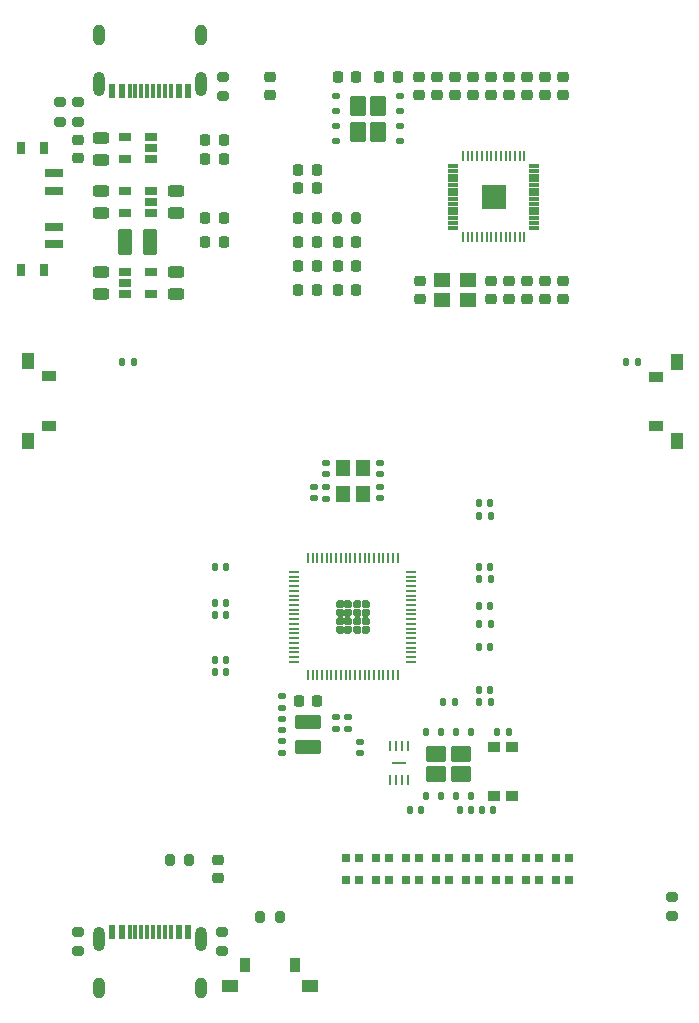
<source format=gbr>
G04 #@! TF.GenerationSoftware,KiCad,Pcbnew,8.0.6-8.0.6-0~ubuntu22.04.1*
G04 #@! TF.CreationDate,2024-11-22T14:28:03+01:00*
G04 #@! TF.ProjectId,rp2040-launchpad-PCB,72703230-3430-42d6-9c61-756e63687061,rev?*
G04 #@! TF.SameCoordinates,Original*
G04 #@! TF.FileFunction,Paste,Top*
G04 #@! TF.FilePolarity,Positive*
%FSLAX46Y46*%
G04 Gerber Fmt 4.6, Leading zero omitted, Abs format (unit mm)*
G04 Created by KiCad (PCBNEW 8.0.6-8.0.6-0~ubuntu22.04.1) date 2024-11-22 14:28:03*
%MOMM*%
%LPD*%
G01*
G04 APERTURE LIST*
G04 Aperture macros list*
%AMRoundRect*
0 Rectangle with rounded corners*
0 $1 Rounding radius*
0 $2 $3 $4 $5 $6 $7 $8 $9 X,Y pos of 4 corners*
0 Add a 4 corners polygon primitive as box body*
4,1,4,$2,$3,$4,$5,$6,$7,$8,$9,$2,$3,0*
0 Add four circle primitives for the rounded corners*
1,1,$1+$1,$2,$3*
1,1,$1+$1,$4,$5*
1,1,$1+$1,$6,$7*
1,1,$1+$1,$8,$9*
0 Add four rect primitives between the rounded corners*
20,1,$1+$1,$2,$3,$4,$5,0*
20,1,$1+$1,$4,$5,$6,$7,0*
20,1,$1+$1,$6,$7,$8,$9,0*
20,1,$1+$1,$8,$9,$2,$3,0*%
%AMFreePoly0*
4,1,19,0.252748,0.308718,0.308718,0.252748,0.329204,0.176292,0.329204,-0.176292,0.308718,-0.252748,0.252748,-0.308718,0.176292,-0.329204,-0.176292,-0.329204,-0.252748,-0.308718,-0.308718,-0.252748,-0.329204,-0.176292,-0.329204,0.049616,-0.308718,0.126072,-0.284417,0.157741,-0.157741,0.284417,-0.089193,0.323994,-0.049616,0.329204,0.176292,0.329204,0.252748,0.308718,0.252748,0.308718,
$1*%
%AMFreePoly1*
4,1,19,0.252748,0.308718,0.308718,0.252748,0.329204,0.176292,0.329204,-0.176292,0.308718,-0.252748,0.252748,-0.308718,0.176292,-0.329204,-0.049616,-0.329204,-0.126072,-0.308718,-0.157741,-0.284417,-0.284417,-0.157741,-0.323994,-0.089193,-0.329204,-0.049616,-0.329204,0.176292,-0.308718,0.252748,-0.252748,0.308718,-0.176292,0.329204,0.176292,0.329204,0.252748,0.308718,0.252748,0.308718,
$1*%
%AMFreePoly2*
4,1,19,0.126072,0.308718,0.157741,0.284417,0.284417,0.157741,0.323994,0.089193,0.329204,0.049616,0.329204,-0.176292,0.308718,-0.252748,0.252748,-0.308718,0.176292,-0.329204,-0.176292,-0.329204,-0.252748,-0.308718,-0.308718,-0.252748,-0.329204,-0.176292,-0.329204,0.176292,-0.308718,0.252748,-0.252748,0.308718,-0.176292,0.329204,0.049616,0.329204,0.126072,0.308718,0.126072,0.308718,
$1*%
%AMFreePoly3*
4,1,19,0.252748,0.308718,0.308718,0.252748,0.329204,0.176292,0.329204,-0.049616,0.308718,-0.126072,0.284417,-0.157741,0.157741,-0.284417,0.089193,-0.323994,0.049616,-0.329204,-0.176292,-0.329204,-0.252748,-0.308718,-0.308718,-0.252748,-0.329204,-0.176292,-0.329204,0.176292,-0.308718,0.252748,-0.252748,0.308718,-0.176292,0.329204,0.176292,0.329204,0.252748,0.308718,0.252748,0.308718,
$1*%
G04 Aperture macros list end*
%ADD10C,0.010000*%
%ADD11RoundRect,0.140000X0.140000X0.170000X-0.140000X0.170000X-0.140000X-0.170000X0.140000X-0.170000X0*%
%ADD12RoundRect,0.243750X0.456250X-0.243750X0.456250X0.243750X-0.456250X0.243750X-0.456250X-0.243750X0*%
%ADD13RoundRect,0.218750X0.256250X-0.218750X0.256250X0.218750X-0.256250X0.218750X-0.256250X-0.218750X0*%
%ADD14RoundRect,0.218750X-0.256250X0.218750X-0.256250X-0.218750X0.256250X-0.218750X0.256250X0.218750X0*%
%ADD15RoundRect,0.218750X0.218750X0.256250X-0.218750X0.256250X-0.218750X-0.256250X0.218750X-0.256250X0*%
%ADD16RoundRect,0.218750X-0.218750X-0.256250X0.218750X-0.256250X0.218750X0.256250X-0.218750X0.256250X0*%
%ADD17RoundRect,0.250000X0.375000X0.850000X-0.375000X0.850000X-0.375000X-0.850000X0.375000X-0.850000X0*%
%ADD18RoundRect,0.135000X-0.135000X-0.185000X0.135000X-0.185000X0.135000X0.185000X-0.135000X0.185000X0*%
%ADD19R,0.900000X1.300000*%
%ADD20R,1.450000X1.000000*%
%ADD21R,1.060000X0.650000*%
%ADD22R,1.400000X1.200000*%
%ADD23RoundRect,0.250000X-0.435000X-0.615000X0.435000X-0.615000X0.435000X0.615000X-0.435000X0.615000X0*%
%ADD24RoundRect,0.125000X-0.250000X-0.125000X0.250000X-0.125000X0.250000X0.125000X-0.250000X0.125000X0*%
%ADD25RoundRect,0.006000X-0.414000X-0.094000X0.414000X-0.094000X0.414000X0.094000X-0.414000X0.094000X0*%
%ADD26RoundRect,0.020000X-0.080000X-0.400000X0.080000X-0.400000X0.080000X0.400000X-0.080000X0.400000X0*%
%ADD27R,0.700000X0.700000*%
%ADD28R,1.000000X0.900000*%
%ADD29R,1.500000X0.700000*%
%ADD30R,0.800000X1.000000*%
%ADD31RoundRect,0.225000X-0.225000X-0.250000X0.225000X-0.250000X0.225000X0.250000X-0.225000X0.250000X0*%
%ADD32RoundRect,0.140000X-0.140000X-0.170000X0.140000X-0.170000X0.140000X0.170000X-0.140000X0.170000X0*%
%ADD33RoundRect,0.200000X-0.275000X0.200000X-0.275000X-0.200000X0.275000X-0.200000X0.275000X0.200000X0*%
%ADD34RoundRect,0.200000X-0.200000X-0.275000X0.200000X-0.275000X0.200000X0.275000X-0.200000X0.275000X0*%
%ADD35RoundRect,0.040000X-0.605000X0.040000X-0.605000X-0.040000X0.605000X-0.040000X0.605000X0.040000X0*%
%ADD36RoundRect,0.062500X-0.062500X0.387500X-0.062500X-0.387500X0.062500X-0.387500X0.062500X0.387500X0*%
%ADD37RoundRect,0.140000X-0.170000X0.140000X-0.170000X-0.140000X0.170000X-0.140000X0.170000X0.140000X0*%
%ADD38RoundRect,0.135000X-0.185000X0.135000X-0.185000X-0.135000X0.185000X-0.135000X0.185000X0.135000X0*%
%ADD39RoundRect,0.250000X0.850000X-0.375000X0.850000X0.375000X-0.850000X0.375000X-0.850000X-0.375000X0*%
%ADD40RoundRect,0.200000X0.200000X0.275000X-0.200000X0.275000X-0.200000X-0.275000X0.200000X-0.275000X0*%
%ADD41RoundRect,0.140000X0.170000X-0.140000X0.170000X0.140000X-0.170000X0.140000X-0.170000X-0.140000X0*%
%ADD42R,0.600000X1.150000*%
%ADD43R,0.300000X1.150000*%
%ADD44O,1.000000X2.100000*%
%ADD45O,1.000000X1.800000*%
%ADD46RoundRect,0.200000X0.275000X-0.200000X0.275000X0.200000X-0.275000X0.200000X-0.275000X-0.200000X0*%
%ADD47RoundRect,0.250000X-0.615000X0.435000X-0.615000X-0.435000X0.615000X-0.435000X0.615000X0.435000X0*%
%ADD48RoundRect,0.125000X-0.125000X0.250000X-0.125000X-0.250000X0.125000X-0.250000X0.125000X0.250000X0*%
%ADD49R,1.300000X0.900000*%
%ADD50R,1.000000X1.450000*%
%ADD51RoundRect,0.135000X0.185000X-0.135000X0.185000X0.135000X-0.185000X0.135000X-0.185000X-0.135000X0*%
%ADD52RoundRect,0.135000X0.135000X0.185000X-0.135000X0.185000X-0.135000X-0.185000X0.135000X-0.185000X0*%
%ADD53R,1.200000X1.400000*%
%ADD54FreePoly0,180.000000*%
%ADD55FreePoly1,180.000000*%
%ADD56FreePoly2,180.000000*%
%ADD57FreePoly3,180.000000*%
%ADD58RoundRect,0.050000X0.350000X0.050000X-0.350000X0.050000X-0.350000X-0.050000X0.350000X-0.050000X0*%
%ADD59RoundRect,0.050000X0.050000X0.350000X-0.050000X0.350000X-0.050000X-0.350000X0.050000X-0.350000X0*%
G04 APERTURE END LIST*
D10*
X152618000Y-83530000D02*
X150658000Y-83530000D01*
X150658000Y-81570000D01*
X152618000Y-81570000D01*
X152618000Y-83530000D01*
G36*
X152618000Y-83530000D02*
G01*
X150658000Y-83530000D01*
X150658000Y-81570000D01*
X152618000Y-81570000D01*
X152618000Y-83530000D01*
G37*
D11*
X149729000Y-134493000D03*
X148769000Y-134493000D03*
D12*
X118364000Y-79423500D03*
X118364000Y-77548500D03*
X124714000Y-83947000D03*
X124714000Y-82072000D03*
X118364000Y-90775000D03*
X118364000Y-88900000D03*
X124714000Y-90775000D03*
X124714000Y-88900000D03*
D13*
X145415000Y-91237000D03*
X145415000Y-89662000D03*
X151384000Y-91237000D03*
X151384000Y-89662000D03*
D14*
X157480000Y-89662000D03*
X157480000Y-91237000D03*
D13*
X145288000Y-73965000D03*
X145288000Y-72390000D03*
X154432000Y-73965000D03*
X154432000Y-72390000D03*
X155956000Y-73965000D03*
X155956000Y-72390000D03*
D15*
X136652000Y-80264000D03*
X135077000Y-80264000D03*
D14*
X154432000Y-89662000D03*
X154432000Y-91237000D03*
D13*
X157480000Y-73965000D03*
X157480000Y-72390000D03*
D15*
X128778000Y-77724000D03*
X127203000Y-77724000D03*
D16*
X135077000Y-90424000D03*
X136652000Y-90424000D03*
X135077000Y-84328000D03*
X136652000Y-84328000D03*
X135077000Y-86360000D03*
X136652000Y-86360000D03*
X135077000Y-88392000D03*
X136652000Y-88392000D03*
D17*
X122555000Y-86360000D03*
X120405000Y-86360000D03*
D18*
X151916000Y-127889000D03*
X152936000Y-127889000D03*
X150366000Y-125349000D03*
X151386000Y-125349000D03*
D15*
X128778000Y-79375000D03*
X127203000Y-79375000D03*
D16*
X127203000Y-84328000D03*
X128778000Y-84328000D03*
D15*
X128778000Y-86360000D03*
X127203000Y-86360000D03*
X140005000Y-90424000D03*
X138430000Y-90424000D03*
D14*
X132715000Y-72390000D03*
X132715000Y-73965000D03*
D13*
X151384000Y-73965000D03*
X151384000Y-72390000D03*
X149860000Y-73965000D03*
X149860000Y-72390000D03*
X152908000Y-91237000D03*
X152908000Y-89662000D03*
D15*
X140005000Y-72390000D03*
X138430000Y-72390000D03*
X140005000Y-86360000D03*
X138430000Y-86360000D03*
X140005000Y-88392000D03*
X138430000Y-88392000D03*
D19*
X134822000Y-147594000D03*
X130622000Y-147594000D03*
D20*
X129347000Y-149394000D03*
X136097000Y-149394000D03*
D21*
X122596000Y-83947000D03*
X122596000Y-82997000D03*
X122596000Y-82047000D03*
X120396000Y-82047000D03*
X120396000Y-83947000D03*
D22*
X147279000Y-91298500D03*
X149479000Y-91298500D03*
X149479000Y-89598500D03*
X147279000Y-89598500D03*
D23*
X140120000Y-74871000D03*
X140120000Y-77021000D03*
X141820000Y-74871000D03*
X141820000Y-77021000D03*
D24*
X138270000Y-74041000D03*
X138270000Y-75311000D03*
X138270000Y-76581000D03*
X138270000Y-77851000D03*
X143670000Y-77851000D03*
X143670000Y-76581000D03*
X143670000Y-75311000D03*
X143670000Y-74041000D03*
D25*
X148203000Y-79950000D03*
X148203000Y-80350000D03*
X148203000Y-80750000D03*
X148203000Y-81150000D03*
X148203000Y-81550000D03*
X148203000Y-81950000D03*
X148203000Y-82350000D03*
X148203000Y-82750000D03*
X148203000Y-83150000D03*
X148203000Y-83550000D03*
X148203000Y-83950000D03*
X148203000Y-84350000D03*
X148203000Y-84750000D03*
X148203000Y-85150000D03*
D26*
X149038000Y-85985000D03*
X149438000Y-85985000D03*
X149838000Y-85985000D03*
X150238000Y-85985000D03*
X150638000Y-85985000D03*
X151038000Y-85985000D03*
X151438000Y-85985000D03*
X151838000Y-85985000D03*
X152238000Y-85985000D03*
X152638000Y-85985000D03*
X153038000Y-85985000D03*
X153438000Y-85985000D03*
X153838000Y-85985000D03*
X154238000Y-85985000D03*
D25*
X155073000Y-85150000D03*
X155073000Y-84750000D03*
X155073000Y-84350000D03*
X155073000Y-83950000D03*
X155073000Y-83550000D03*
X155073000Y-83150000D03*
X155073000Y-82750000D03*
X155073000Y-82350000D03*
X155073000Y-81950000D03*
X155073000Y-81550000D03*
X155073000Y-81150000D03*
X155073000Y-80750000D03*
X155073000Y-80350000D03*
X155073000Y-79950000D03*
D26*
X154238000Y-79115000D03*
X153838000Y-79115000D03*
X153438000Y-79115000D03*
X153038000Y-79115000D03*
X152638000Y-79115000D03*
X152238000Y-79115000D03*
X151838000Y-79115000D03*
X151438000Y-79115000D03*
X151038000Y-79115000D03*
X150638000Y-79115000D03*
X150238000Y-79115000D03*
X149838000Y-79115000D03*
X149438000Y-79115000D03*
X149038000Y-79115000D03*
D13*
X152908000Y-73965000D03*
X152908000Y-72390000D03*
X148336000Y-73965000D03*
X148336000Y-72390000D03*
X146812000Y-73965000D03*
X146812000Y-72390000D03*
D14*
X155956000Y-89662000D03*
X155956000Y-91237000D03*
D15*
X136652000Y-81788000D03*
X135077000Y-81788000D03*
D16*
X141935000Y-72390000D03*
X143510000Y-72390000D03*
D21*
X120396000Y-88900000D03*
X120396000Y-89850000D03*
X120396000Y-90800000D03*
X122596000Y-90800000D03*
X122596000Y-88900000D03*
X122596000Y-79370000D03*
X122596000Y-78420000D03*
X122596000Y-77470000D03*
X120396000Y-77470000D03*
X120396000Y-79370000D03*
D13*
X116459000Y-79273500D03*
X116459000Y-77698500D03*
D27*
X142790000Y-138526000D03*
X141690000Y-138526000D03*
X141690000Y-140356000D03*
X142790000Y-140356000D03*
X145330000Y-138526000D03*
X144230000Y-138526000D03*
X144230000Y-140356000D03*
X145330000Y-140356000D03*
X147870000Y-138526000D03*
X146770000Y-138526000D03*
X146770000Y-140356000D03*
X147870000Y-140356000D03*
X150410000Y-138526000D03*
X149310000Y-138526000D03*
X149310000Y-140356000D03*
X150410000Y-140356000D03*
X152950000Y-138526000D03*
X151850000Y-138526000D03*
X151850000Y-140356000D03*
X152950000Y-140356000D03*
X155490000Y-138526000D03*
X154390000Y-138526000D03*
X154390000Y-140356000D03*
X155490000Y-140356000D03*
X158030000Y-138526000D03*
X156930000Y-138526000D03*
X156930000Y-140356000D03*
X158030000Y-140356000D03*
X140250000Y-138526000D03*
X139150000Y-138526000D03*
X139150000Y-140356000D03*
X140250000Y-140356000D03*
D28*
X153224000Y-129141000D03*
X153224000Y-133241000D03*
X151624000Y-129141000D03*
X151624000Y-133241000D03*
D12*
X118364000Y-83947000D03*
X118364000Y-82072000D03*
D29*
X114399000Y-80566000D03*
X114399000Y-82066000D03*
X114399000Y-85066000D03*
X114399000Y-86566000D03*
D30*
X113599000Y-78416000D03*
X111649000Y-78416000D03*
X113599000Y-88716000D03*
X111649000Y-88716000D03*
D31*
X135115000Y-125222000D03*
X136665000Y-125222000D03*
D32*
X150650000Y-134493000D03*
X151610000Y-134493000D03*
X150368000Y-120650000D03*
X151328000Y-120650000D03*
D33*
X166751000Y-141796000D03*
X166751000Y-143446000D03*
X116459000Y-74549000D03*
X116459000Y-76199000D03*
X116459000Y-144780000D03*
X116459000Y-146430000D03*
D34*
X131890000Y-143510000D03*
X133540000Y-143510000D03*
D11*
X128976000Y-113919000D03*
X128016000Y-113919000D03*
D35*
X143649000Y-130457000D03*
D36*
X144399000Y-129032000D03*
X143899000Y-129032000D03*
X143399000Y-129032000D03*
X142899000Y-129032000D03*
X142899000Y-131882000D03*
X143399000Y-131882000D03*
X143899000Y-131882000D03*
X144399000Y-131882000D03*
D11*
X128976000Y-121793000D03*
X128016000Y-121793000D03*
D32*
X144554000Y-134493000D03*
X145514000Y-134493000D03*
D37*
X133731000Y-128651000D03*
X133731000Y-129611000D03*
D18*
X150366000Y-109601000D03*
X151386000Y-109601000D03*
D38*
X138303000Y-126615000D03*
X138303000Y-127635000D03*
D39*
X135890000Y-129159000D03*
X135890000Y-127009000D03*
D33*
X114935000Y-74550000D03*
X114935000Y-76200000D03*
D40*
X140017000Y-84328000D03*
X138367000Y-84328000D03*
D41*
X136398000Y-108049000D03*
X136398000Y-107089000D03*
D32*
X150368000Y-117221000D03*
X151328000Y-117221000D03*
D37*
X137414000Y-105085000D03*
X137414000Y-106045000D03*
X140335000Y-128707000D03*
X140335000Y-129667000D03*
D42*
X119355000Y-144780000D03*
X120155000Y-144780000D03*
D43*
X120805000Y-144780000D03*
X121305000Y-144780000D03*
X121805000Y-144780000D03*
X122305000Y-144780000D03*
X122805000Y-144780000D03*
X123305000Y-144780000D03*
X123805000Y-144780000D03*
X124305000Y-144780000D03*
D42*
X124955000Y-144780000D03*
X125755000Y-144780000D03*
D44*
X118235000Y-145355000D03*
D45*
X118235000Y-149535000D03*
D44*
X126875000Y-145355000D03*
D45*
X126875000Y-149535000D03*
D18*
X162812000Y-96520000D03*
X163832000Y-96520000D03*
D34*
X124207000Y-138684000D03*
X125857000Y-138684000D03*
D38*
X137414000Y-107087000D03*
X137414000Y-108107000D03*
D11*
X129004000Y-116967000D03*
X128044000Y-116967000D03*
D18*
X150368000Y-114935000D03*
X151388000Y-114935000D03*
D38*
X139319000Y-126617000D03*
X139319000Y-127637000D03*
D32*
X150368000Y-108458000D03*
X151328000Y-108458000D03*
D37*
X133731000Y-126746000D03*
X133731000Y-127706000D03*
D46*
X128651000Y-146430000D03*
X128651000Y-144780000D03*
D47*
X148883000Y-129739000D03*
X146733000Y-129739000D03*
X148883000Y-131439000D03*
X146733000Y-131439000D03*
D48*
X149713000Y-127889000D03*
X148443000Y-127889000D03*
X147173000Y-127889000D03*
X145903000Y-127889000D03*
X145903000Y-133289000D03*
X147173000Y-133289000D03*
X148443000Y-133289000D03*
X149713000Y-133289000D03*
D18*
X150366000Y-118745000D03*
X151386000Y-118745000D03*
D49*
X114026000Y-101929000D03*
X114026000Y-97729000D03*
D50*
X112226000Y-96454000D03*
X112226000Y-103204000D03*
D37*
X141986000Y-105085000D03*
X141986000Y-106045000D03*
D46*
X128740000Y-74030000D03*
X128740000Y-72380000D03*
D51*
X133731000Y-125857000D03*
X133731000Y-124837000D03*
D49*
X165340000Y-97780000D03*
X165340000Y-101980000D03*
D50*
X167140000Y-103255000D03*
X167140000Y-96505000D03*
D13*
X128270000Y-140233500D03*
X128270000Y-138658500D03*
D11*
X129004000Y-117983000D03*
X128044000Y-117983000D03*
D41*
X141986000Y-108077000D03*
X141986000Y-107117000D03*
D32*
X150368000Y-113919000D03*
X151328000Y-113919000D03*
D52*
X121158000Y-96520000D03*
X120138000Y-96520000D03*
D32*
X150396000Y-124333000D03*
X151356000Y-124333000D03*
D42*
X125757000Y-73589000D03*
X124957000Y-73589000D03*
D43*
X124307000Y-73589000D03*
X123807000Y-73589000D03*
X123307000Y-73589000D03*
X122807000Y-73589000D03*
X122307000Y-73589000D03*
X121807000Y-73589000D03*
X121307000Y-73589000D03*
X120807000Y-73589000D03*
D42*
X120157000Y-73589000D03*
X119357000Y-73589000D03*
D44*
X126877000Y-73014000D03*
D45*
X126877000Y-68834000D03*
D44*
X118237000Y-73014000D03*
D45*
X118237000Y-68834000D03*
D52*
X148340000Y-125349000D03*
X147320000Y-125349000D03*
D53*
X140550000Y-107681000D03*
X140550000Y-105481000D03*
X138850000Y-105481000D03*
X138850000Y-107681000D03*
D11*
X129004000Y-122809000D03*
X128044000Y-122809000D03*
D54*
X140787500Y-119197500D03*
D55*
X140787500Y-118472500D03*
D54*
X140787500Y-117747500D03*
D55*
X140787500Y-117022500D03*
D56*
X140062500Y-119197500D03*
D57*
X140062500Y-118472500D03*
D56*
X140062500Y-117747500D03*
D57*
X140062500Y-117022500D03*
D54*
X139337500Y-119197500D03*
D55*
X139337500Y-118472500D03*
D54*
X139337500Y-117747500D03*
D55*
X139337500Y-117022500D03*
D56*
X138612500Y-119197500D03*
D57*
X138612500Y-118472500D03*
D56*
X138612500Y-117747500D03*
D57*
X138612500Y-117022500D03*
D58*
X144650000Y-121910000D03*
X144650000Y-121510000D03*
X144650000Y-121110000D03*
X144650000Y-120710000D03*
X144650000Y-120310000D03*
X144650000Y-119910000D03*
X144650000Y-119510000D03*
X144650000Y-119110000D03*
X144650000Y-118710000D03*
X144650000Y-118310000D03*
X144650000Y-117910000D03*
X144650000Y-117510000D03*
X144650000Y-117110000D03*
X144650000Y-116710000D03*
X144650000Y-116310000D03*
X144650000Y-115910000D03*
X144650000Y-115510000D03*
X144650000Y-115110000D03*
X144650000Y-114710000D03*
X144650000Y-114310000D03*
D59*
X143500000Y-113160000D03*
X143100000Y-113160000D03*
X142700000Y-113160000D03*
X142300000Y-113160000D03*
X141900000Y-113160000D03*
X141500000Y-113160000D03*
X141100000Y-113160000D03*
X140700000Y-113160000D03*
X140300000Y-113160000D03*
X139900000Y-113160000D03*
X139500000Y-113160000D03*
X139100000Y-113160000D03*
X138700000Y-113160000D03*
X138300000Y-113160000D03*
X137900000Y-113160000D03*
X137500000Y-113160000D03*
X137100000Y-113160000D03*
X136700000Y-113160000D03*
X136300000Y-113160000D03*
X135900000Y-113160000D03*
D58*
X134750000Y-114310000D03*
X134750000Y-114710000D03*
X134750000Y-115110000D03*
X134750000Y-115510000D03*
X134750000Y-115910000D03*
X134750000Y-116310000D03*
X134750000Y-116710000D03*
X134750000Y-117110000D03*
X134750000Y-117510000D03*
X134750000Y-117910000D03*
X134750000Y-118310000D03*
X134750000Y-118710000D03*
X134750000Y-119110000D03*
X134750000Y-119510000D03*
X134750000Y-119910000D03*
X134750000Y-120310000D03*
X134750000Y-120710000D03*
X134750000Y-121110000D03*
X134750000Y-121510000D03*
X134750000Y-121910000D03*
D59*
X135900000Y-123060000D03*
X136300000Y-123060000D03*
X136700000Y-123060000D03*
X137100000Y-123060000D03*
X137500000Y-123060000D03*
X137900000Y-123060000D03*
X138300000Y-123060000D03*
X138700000Y-123060000D03*
X139100000Y-123060000D03*
X139500000Y-123060000D03*
X139900000Y-123060000D03*
X140300000Y-123060000D03*
X140700000Y-123060000D03*
X141100000Y-123060000D03*
X141500000Y-123060000D03*
X141900000Y-123060000D03*
X142300000Y-123060000D03*
X142700000Y-123060000D03*
X143100000Y-123060000D03*
X143500000Y-123060000D03*
M02*

</source>
